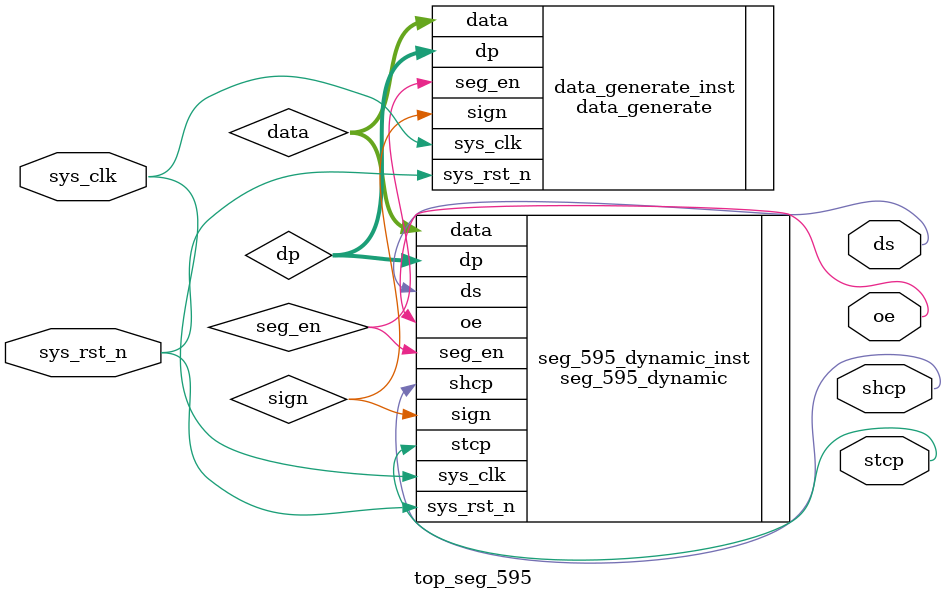
<source format=v>
module top_seg_595
(
  input   wire      sys_clk,
  input   wire      sys_rst_n,
  
  output  wire      ds,
  output  wire      shcp,
  output  wire      stcp,
  output  wire      oe
);

wire[19:0]  data;
wire[5:0]   dp;
wire        sign;
wire        seg_en;

data_generate
#(
  .cnt_100ms_MAX  (23'd4_999_999),
  .data_MAX       (20'd10)//数码管显示计数，最大到10
)
data_generate_inst
(
  .sys_clk        (sys_clk),
  .sys_rst_n      (sys_rst_n),
  
  .data           (data),
  .dp             (dp),
  .sign           (sign),
  .seg_en         (seg_en)
);


seg_595_dynamic seg_595_dynamic_inst
(
  .sys_clk        (sys_clk),
  .sys_rst_n      (sys_rst_n),
  .data           (data),
  .dp             (dp),
  .sign           (sign),
  .seg_en         (seg_en),
  
  .ds             (ds),
  .oe             (oe),
  .shcp           (shcp),
  .stcp           (stcp)
);

endmodule
</source>
